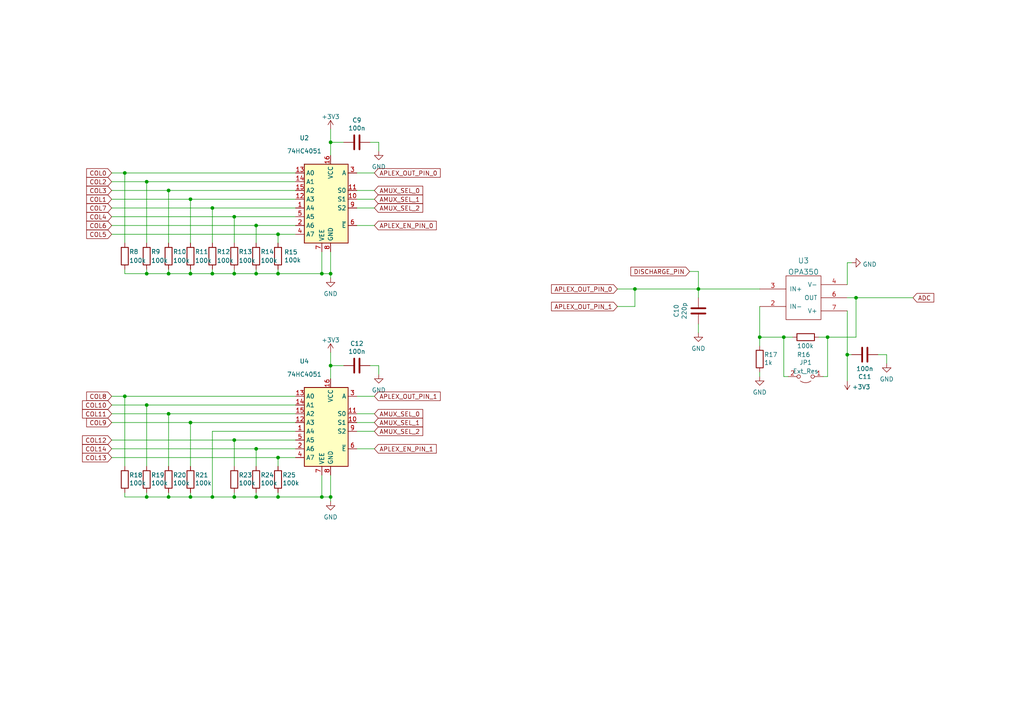
<source format=kicad_sch>
(kicad_sch (version 20230121) (generator eeschema)
  (paper "A4")
  (title_block (title "EC60 - Analog Circuit") (date "2023-05-11") (rev "1.1") (company "Cipulot PCB Design ") (comment 2 "Cipulot"))
  (lib_symbols
    (symbol "74xx:74HC4051"
      (property "Reference" "U" (at -5.08 11.43 0))
      (property "Value" "74HC4051" (at -7.62 -13.97 0))
      (symbol "74HC4051_0_1"
        (rectangle (start -5.08 10.16) (end 7.62 -12.7) (stroke (width 0.254)) (fill (type background)))
      )
      (symbol "74HC4051_1_1"
        (pin passive line (at 10.16 -2.54 180) (length 2.54) (name "A4") (number "1"))
        (pin input line (at -7.62 0 0) (length 2.54) (name "S1") (number "10"))
        (pin input line (at -7.62 2.54 0) (length 2.54) (name "S0") (number "11"))
        (pin passive line (at 10.16 0 180) (length 2.54) (name "A3") (number "12"))
        (pin passive line (at 10.16 7.62 180) (length 2.54) (name "A0") (number "13"))
        (pin passive line (at 10.16 5.08 180) (length 2.54) (name "A1") (number "14"))
        (pin passive line (at 10.16 2.54 180) (length 2.54) (name "A2") (number "15"))
        (pin power_in line (at 0 12.7 270) (length 2.54) (name "VCC") (number "16"))
        (pin passive line (at 10.16 -7.62 180) (length 2.54) (name "A6") (number "2"))
        (pin passive line (at -7.62 7.62 0) (length 2.54) (name "A") (number "3"))
        (pin passive line (at 10.16 -10.16 180) (length 2.54) (name "A7") (number "4"))
        (pin passive line (at 10.16 -5.08 180) (length 2.54) (name "A5") (number "5"))
        (pin input line (at -7.62 -7.62 0) (length 2.54) (name "~{E}") (number "6"))
        (pin power_in line (at 2.54 -15.24 90) (length 2.54) (name "VEE") (number "7"))
        (pin power_in line (at 0 -15.24 90) (length 2.54) (name "GND") (number "8"))
        (pin input line (at -7.62 -2.54 0) (length 2.54) (name "S2") (number "9"))
      )
    )
    (symbol "Device:C" (pin_numbers hide) (pin_names (offset 0.254))
      (property "Reference" "C" (at 0.635 2.54 0))
      (property "Value" "C" (at 0.635 -2.54 0))
      (symbol "C_0_1"
        (polyline (pts (xy -2.032 -0.762) (xy 2.032 -0.762)) (stroke (width 0.508)))
        (polyline (pts (xy -2.032 0.762) (xy 2.032 0.762)) (stroke (width 0.508)))
      )
      (symbol "C_1_1"
        (pin passive line (at 0 3.81 270) (length 2.794) (name "~") (number "1"))
        (pin passive line (at 0 -3.81 90) (length 2.794) (name "~") (number "2"))
      )
    )
    (symbol "Device:R" (pin_numbers hide) (pin_names (offset 0))
      (property "Reference" "R" (at 2.032 0 90))
      (property "Value" "R" (at 0 0 90))
      (symbol "R_0_1"
        (rectangle (start -1.016 -2.54) (end 1.016 2.54) (stroke (width 0.254)))
      )
      (symbol "R_1_1"
        (pin passive line (at 0 3.81 270) (length 1.27) (name "~") (number "1"))
        (pin passive line (at 0 -3.81 90) (length 1.27) (name "~") (number "2"))
      )
    )
    (symbol "Jumper:Jumper_2_Open" (pin_names (offset 0) hide)
      (property "Reference" "JP" (at 0 2.794 0))
      (property "Value" "Jumper_2_Open" (at 0 -2.286 0))
      (symbol "Jumper_2_Open_0_0"
        (circle (center -2.032 0) (radius 0.508))
        (circle (center 2.032 0) (radius 0.508))
      )
      (symbol "Jumper_2_Open_0_1"
        (arc (start 1.524 1.27) (mid 0 1.778) (end -1.524 1.27))
      )
      (symbol "Jumper_2_Open_1_1"
        (pin passive line (at -5.08 0 0) (length 2.54) (name "A") (number "1"))
        (pin passive line (at 5.08 0 180) (length 2.54) (name "B") (number "2"))
      )
    )
    (symbol "burrbrown:OPA350" (pin_names (offset 1.016))
      (property "Reference" "U" (at 8.89 -7.62 0))
      (property "Value" "OPA350" (at 5.08 7.62 0))
      (symbol "OPA350_0_1"
        (rectangle (start 0 -6.35) (end 10.16 6.35))
        (pin input line (at -7.62 2.54 0) (length 7.62) (name "IN-") (number "2"))
        (pin input line (at -7.62 -2.54 0) (length 7.62) (name "IN+") (number "3"))
        (pin input line (at 17.78 -3.81 180) (length 7.62) (name "V-") (number "4"))
        (pin input line (at 17.78 0 180) (length 7.62) (name "OUT") (number "6"))
        (pin input line (at 17.78 3.81 180) (length 7.62) (name "V+") (number "7"))
      )
    )
    (symbol "power:+3.3V" (power) (pin_names (offset 0))
      (property "Value" "+3.3V" (at 0 3.556 0))
      (symbol "+3.3V_0_1"
        (polyline (pts (xy -0.762 1.27) (xy 0 2.54)))
        (polyline (pts (xy 0 0) (xy 0 2.54)))
        (polyline (pts (xy 0 2.54) (xy 0.762 1.27)))
      )
      (symbol "+3.3V_1_1"
        (pin power_in line (at 0 0 90) (length 0) hide (name "+3V3") (number "1"))
      )
    )
    (symbol "power:GND" (power) (pin_names (offset 0))
      (property "Value" "GND" (at 0 -3.81 0))
      (symbol "GND_0_1"
        (polyline (pts (xy 0 0) (xy 0 -1.27) (xy 1.27 -1.27) (xy 0 -2.54) (xy -1.27 -1.27) (xy 0 -1.27)))
      )
      (symbol "GND_1_1"
        (pin power_in line (at 0 0 270) (length 0) hide (name "GND") (number "1"))
      )
    )
  )
  (junction (at 248.285 86.36))
  (junction (at 93.345 79.375))
  (junction (at 55.245 57.785))
  (junction (at 95.885 41.275))
  (junction (at 95.885 79.375))
  (junction (at 80.645 132.715))
  (junction (at 74.295 130.175))
  (junction (at 74.295 79.375))
  (junction (at 67.945 144.145))
  (junction (at 42.545 117.475))
  (junction (at 67.945 127.635))
  (junction (at 93.345 144.145))
  (junction (at 48.895 79.375))
  (junction (at 202.565 83.82))
  (junction (at 55.245 79.375))
  (junction (at 184.15 83.82))
  (junction (at 220.345 97.79))
  (junction (at 67.945 79.375))
  (junction (at 42.545 79.375))
  (junction (at 61.595 60.325))
  (junction (at 95.885 106.045))
  (junction (at 42.545 144.145))
  (junction (at 74.295 65.405))
  (junction (at 227.33 97.79))
  (junction (at 48.895 144.145))
  (junction (at 55.245 144.145))
  (junction (at 80.645 67.945))
  (junction (at 67.945 62.865))
  (junction (at 95.885 144.145))
  (junction (at 36.195 50.165))
  (junction (at 61.595 144.145))
  (junction (at 240.03 97.79))
  (junction (at 55.245 122.555))
  (junction (at 61.595 79.375))
  (junction (at 42.545 52.705))
  (junction (at 36.195 114.935))
  (junction (at 245.745 102.87))
  (junction (at 48.895 120.015))
  (junction (at 80.645 79.375))
  (junction (at 48.895 55.245))
  (junction (at 74.295 144.145))
  (junction (at 80.645 144.145))
  (wire (pts (xy 248.285 97.79) (xy 248.285 86.36)))
  (wire (pts (xy 74.295 70.485) (xy 74.295 65.405)))
  (wire (pts (xy 32.385 114.935) (xy 36.195 114.935)))
  (wire (pts (xy 36.195 114.935) (xy 85.725 114.935)))
  (wire (pts (xy 95.885 80.645) (xy 95.885 79.375)))
  (wire (pts (xy 227.33 97.79) (xy 229.87 97.79)))
  (wire (pts (xy 36.195 70.485) (xy 36.195 50.165)))
  (wire (pts (xy 85.725 67.945) (xy 80.645 67.945)))
  (wire (pts (xy 36.195 144.145) (xy 42.545 144.145)))
  (wire (pts (xy 74.295 78.105) (xy 74.295 79.375)))
  (wire (pts (xy 220.345 97.79) (xy 227.33 97.79)))
  (wire (pts (xy 48.895 70.485) (xy 48.895 55.245)))
  (wire (pts (xy 107.315 106.045) (xy 109.855 106.045)))
  (wire (pts (xy 95.885 145.415) (xy 95.885 144.145)))
  (wire (pts (xy 85.725 57.785) (xy 55.245 57.785)))
  (wire (pts (xy 179.07 83.82) (xy 184.15 83.82)))
  (wire (pts (xy 80.645 70.485) (xy 80.645 67.945)))
  (wire (pts (xy 67.945 144.145) (xy 74.295 144.145)))
  (wire (pts (xy 55.245 122.555) (xy 32.385 122.555)))
  (wire (pts (xy 48.895 79.375) (xy 55.245 79.375)))
  (wire (pts (xy 80.645 135.255) (xy 80.645 132.715)))
  (wire (pts (xy 85.725 52.705) (xy 42.545 52.705)))
  (wire (pts (xy 55.245 144.145) (xy 61.595 144.145)))
  (wire (pts (xy 85.725 122.555) (xy 55.245 122.555)))
  (wire (pts (xy 200.025 78.74) (xy 202.565 78.74)))
  (wire (pts (xy 67.945 79.375) (xy 74.295 79.375)))
  (wire (pts (xy 85.725 55.245) (xy 48.895 55.245)))
  (wire (pts (xy 95.885 41.275) (xy 95.885 45.085)))
  (wire (pts (xy 248.285 86.36) (xy 264.795 86.36)))
  (wire (pts (xy 93.345 137.795) (xy 93.345 144.145)))
  (wire (pts (xy 85.725 60.325) (xy 61.595 60.325)))
  (wire (pts (xy 55.245 78.105) (xy 55.245 79.375)))
  (wire (pts (xy 48.895 120.015) (xy 32.385 120.015)))
  (wire (pts (xy 202.565 86.36) (xy 202.565 83.82)))
  (wire (pts (xy 61.595 60.325) (xy 32.385 60.325)))
  (wire (pts (xy 61.595 144.145) (xy 67.945 144.145)))
  (wire (pts (xy 108.585 65.405) (xy 103.505 65.405)))
  (wire (pts (xy 61.595 79.375) (xy 67.945 79.375)))
  (wire (pts (xy 85.725 127.635) (xy 67.945 127.635)))
  (wire (pts (xy 32.385 67.945) (xy 80.645 67.945)))
  (wire (pts (xy 220.345 97.79) (xy 220.345 100.33)))
  (wire (pts (xy 80.645 79.375) (xy 93.345 79.375)))
  (wire (pts (xy 109.855 106.045) (xy 109.855 108.585)))
  (wire (pts (xy 202.565 78.74) (xy 202.565 83.82)))
  (wire (pts (xy 254.635 102.87) (xy 257.175 102.87)))
  (wire (pts (xy 74.295 144.145) (xy 80.645 144.145)))
  (wire (pts (xy 67.945 78.105) (xy 67.945 79.375)))
  (wire (pts (xy 85.725 125.095) (xy 61.595 125.095)))
  (wire (pts (xy 48.895 78.105) (xy 48.895 79.375)))
  (wire (pts (xy 55.245 122.555) (xy 55.245 135.255)))
  (wire (pts (xy 220.345 88.9) (xy 220.345 97.79)))
  (wire (pts (xy 248.285 86.36) (xy 245.745 86.36)))
  (wire (pts (xy 42.545 142.875) (xy 42.545 144.145)))
  (wire (pts (xy 108.585 130.175) (xy 103.505 130.175)))
  (wire (pts (xy 80.645 144.145) (xy 93.345 144.145)))
  (wire (pts (xy 42.545 70.485) (xy 42.545 52.705)))
  (wire (pts (xy 42.545 52.705) (xy 32.385 52.705)))
  (wire (pts (xy 42.545 135.255) (xy 42.545 117.475)))
  (wire (pts (xy 32.385 130.175) (xy 74.295 130.175)))
  (wire (pts (xy 93.345 73.025) (xy 93.345 79.375)))
  (wire (pts (xy 202.565 83.82) (xy 220.345 83.82)))
  (wire (pts (xy 179.07 88.9) (xy 184.15 88.9)))
  (wire (pts (xy 48.895 142.875) (xy 48.895 144.145)))
  (wire (pts (xy 237.49 97.79) (xy 240.03 97.79)))
  (wire (pts (xy 36.195 50.165) (xy 85.725 50.165)))
  (wire (pts (xy 184.15 83.82) (xy 202.565 83.82)))
  (wire (pts (xy 36.195 142.875) (xy 36.195 144.145)))
  (wire (pts (xy 103.505 57.785) (xy 108.585 57.785)))
  (wire (pts (xy 109.855 41.275) (xy 109.855 43.815)))
  (wire (pts (xy 85.725 62.865) (xy 67.945 62.865)))
  (wire (pts (xy 85.725 117.475) (xy 42.545 117.475)))
  (wire (pts (xy 95.885 102.235) (xy 95.885 106.045)))
  (wire (pts (xy 74.295 65.405) (xy 85.725 65.405)))
  (wire (pts (xy 32.385 50.165) (xy 36.195 50.165)))
  (wire (pts (xy 48.895 135.255) (xy 48.895 120.015)))
  (wire (pts (xy 108.585 50.165) (xy 103.505 50.165)))
  (wire (pts (xy 202.565 93.98) (xy 202.565 96.52)))
  (wire (pts (xy 61.595 70.485) (xy 61.595 60.325)))
  (wire (pts (xy 228.6 109.22) (xy 227.33 109.22)))
  (wire (pts (xy 67.945 135.255) (xy 67.945 127.635)))
  (wire (pts (xy 61.595 78.105) (xy 61.595 79.375)))
  (wire (pts (xy 74.295 135.255) (xy 74.295 130.175)))
  (wire (pts (xy 55.245 79.375) (xy 61.595 79.375)))
  (wire (pts (xy 95.885 137.795) (xy 95.885 144.145)))
  (wire (pts (xy 107.315 41.275) (xy 109.855 41.275)))
  (wire (pts (xy 48.895 55.245) (xy 32.385 55.245)))
  (wire (pts (xy 36.195 135.255) (xy 36.195 114.935)))
  (wire (pts (xy 103.505 122.555) (xy 108.585 122.555)))
  (wire (pts (xy 80.645 142.875) (xy 80.645 144.145)))
  (wire (pts (xy 67.945 62.865) (xy 32.385 62.865)))
  (wire (pts (xy 220.345 107.95) (xy 220.345 109.22)))
  (wire (pts (xy 42.545 144.145) (xy 48.895 144.145)))
  (wire (pts (xy 93.345 144.145) (xy 95.885 144.145)))
  (wire (pts (xy 55.245 57.785) (xy 32.385 57.785)))
  (wire (pts (xy 36.195 78.105) (xy 36.195 79.375)))
  (wire (pts (xy 55.245 57.785) (xy 55.245 70.485)))
  (wire (pts (xy 85.725 120.015) (xy 48.895 120.015)))
  (wire (pts (xy 67.945 127.635) (xy 32.385 127.635)))
  (wire (pts (xy 32.385 65.405) (xy 74.295 65.405)))
  (wire (pts (xy 93.345 79.375) (xy 95.885 79.375)))
  (wire (pts (xy 95.885 37.465) (xy 95.885 41.275)))
  (wire (pts (xy 61.595 125.095) (xy 61.595 144.145)))
  (wire (pts (xy 36.195 79.375) (xy 42.545 79.375)))
  (wire (pts (xy 245.745 82.55) (xy 245.745 76.2)))
  (wire (pts (xy 74.295 142.875) (xy 74.295 144.145)))
  (wire (pts (xy 32.385 132.715) (xy 80.645 132.715)))
  (wire (pts (xy 42.545 79.375) (xy 48.895 79.375)))
  (wire (pts (xy 227.33 109.22) (xy 227.33 97.79)))
  (wire (pts (xy 74.295 79.375) (xy 80.645 79.375)))
  (wire (pts (xy 257.175 102.87) (xy 257.175 105.41)))
  (wire (pts (xy 42.545 78.105) (xy 42.545 79.375)))
  (wire (pts (xy 108.585 114.935) (xy 103.505 114.935)))
  (wire (pts (xy 103.505 120.015) (xy 108.585 120.015)))
  (wire (pts (xy 240.03 109.22) (xy 240.03 97.79)))
  (wire (pts (xy 245.745 90.17) (xy 245.745 102.87)))
  (wire (pts (xy 48.895 144.145) (xy 55.245 144.145)))
  (wire (pts (xy 99.695 41.275) (xy 95.885 41.275)))
  (wire (pts (xy 99.695 106.045) (xy 95.885 106.045)))
  (wire (pts (xy 67.945 70.485) (xy 67.945 62.865)))
  (wire (pts (xy 247.015 102.87) (xy 245.745 102.87)))
  (wire (pts (xy 184.15 83.82) (xy 184.15 88.9)))
  (wire (pts (xy 103.505 60.325) (xy 108.585 60.325)))
  (wire (pts (xy 42.545 117.475) (xy 32.385 117.475)))
  (wire (pts (xy 55.245 142.875) (xy 55.245 144.145)))
  (wire (pts (xy 245.745 76.2) (xy 247.015 76.2)))
  (wire (pts (xy 67.945 142.875) (xy 67.945 144.145)))
  (wire (pts (xy 95.885 106.045) (xy 95.885 109.855)))
  (wire (pts (xy 103.505 125.095) (xy 108.585 125.095)))
  (wire (pts (xy 240.03 97.79) (xy 248.285 97.79)))
  (wire (pts (xy 103.505 55.245) (xy 108.585 55.245)))
  (wire (pts (xy 80.645 78.105) (xy 80.645 79.375)))
  (wire (pts (xy 74.295 130.175) (xy 85.725 130.175)))
  (wire (pts (xy 95.885 73.025) (xy 95.885 79.375)))
  (wire (pts (xy 238.76 109.22) (xy 240.03 109.22)))
  (wire (pts (xy 85.725 132.715) (xy 80.645 132.715)))
  (wire (pts (xy 245.745 110.49) (xy 245.745 102.87)))
  (global_label "AMUX_SEL_2" (shape input) (at 108.585 125.095 0) (property "Intersheetrefs" "${INTERSHEET_REFS}" (effects hide)))
  (global_label "COL4" (shape input) (at 32.385 62.865 180) (property "Intersheetrefs" "${INTERSHEET_REFS}" (effects hide)))
  (global_label "AMUX_SEL_0" (shape input) (at 108.585 55.245 0) (property "Intersheetrefs" "${INTERSHEET_REFS}" (effects hide)))
  (global_label "APLEX_OUT_PIN_1" (shape input) (at 108.585 114.935 0) (property "Intersheetrefs" "${INTERSHEET_REFS}" (effects hide)))
  (global_label "APLEX_OUT_PIN_1" (shape input) (at 179.07 88.9 180) (property "Intersheetrefs" "${INTERSHEET_REFS}" (effects hide)))
  (global_label "COL6" (shape input) (at 32.385 65.405 180) (property "Intersheetrefs" "${INTERSHEET_REFS}" (effects hide)))
  (global_label "COL2" (shape input) (at 32.385 52.705 180) (property "Intersheetrefs" "${INTERSHEET_REFS}" (effects hide)))
  (global_label "COL8" (shape input) (at 32.385 114.935 180) (property "Intersheetrefs" "${INTERSHEET_REFS}" (effects hide)))
  (global_label "AMUX_SEL_1" (shape input) (at 108.585 57.785 0) (property "Intersheetrefs" "${INTERSHEET_REFS}" (effects hide)))
  (global_label "DISCHARGE_PIN" (shape input) (at 200.025 78.74 180) (property "Intersheetrefs" "${INTERSHEET_REFS}" (effects hide)))
  (global_label "COL10" (shape input) (at 32.385 117.475 180) (property "Intersheetrefs" "${INTERSHEET_REFS}" (effects hide)))
  (global_label "COL12" (shape input) (at 32.385 127.635 180) (property "Intersheetrefs" "${INTERSHEET_REFS}" (effects hide)))
  (global_label "COL9" (shape input) (at 32.385 122.555 180) (property "Intersheetrefs" "${INTERSHEET_REFS}" (effects hide)))
  (global_label "APLEX_OUT_PIN_0" (shape input) (at 108.585 50.165 0) (property "Intersheetrefs" "${INTERSHEET_REFS}" (effects hide)))
  (global_label "AMUX_SEL_1" (shape input) (at 108.585 122.555 0) (property "Intersheetrefs" "${INTERSHEET_REFS}" (effects hide)))
  (global_label "ADC" (shape input) (at 264.795 86.36 0) (property "Intersheetrefs" "${INTERSHEET_REFS}" (effects hide)))
  (global_label "COL1" (shape input) (at 32.385 57.785 180) (property "Intersheetrefs" "${INTERSHEET_REFS}" (effects hide)))
  (global_label "COL14" (shape input) (at 32.385 130.175 180) (property "Intersheetrefs" "${INTERSHEET_REFS}" (effects hide)))
  (global_label "COL7" (shape input) (at 32.385 60.325 180) (property "Intersheetrefs" "${INTERSHEET_REFS}" (effects hide)))
  (global_label "COL13" (shape input) (at 32.385 132.715 180) (property "Intersheetrefs" "${INTERSHEET_REFS}" (effects hide)))
  (global_label "AMUX_SEL_2" (shape input) (at 108.585 60.325 0) (property "Intersheetrefs" "${INTERSHEET_REFS}" (effects hide)))
  (global_label "COL5" (shape input) (at 32.385 67.945 180) (property "Intersheetrefs" "${INTERSHEET_REFS}" (effects hide)))
  (global_label "COL11" (shape input) (at 32.385 120.015 180) (property "Intersheetrefs" "${INTERSHEET_REFS}" (effects hide)))
  (global_label "COL0" (shape input) (at 32.385 50.165 180) (property "Intersheetrefs" "${INTERSHEET_REFS}" (effects hide)))
  (global_label "APLEX_OUT_PIN_0" (shape input) (at 179.07 83.82 180) (property "Intersheetrefs" "${INTERSHEET_REFS}" (effects hide)))
  (global_label "COL3" (shape input) (at 32.385 55.245 180) (property "Intersheetrefs" "${INTERSHEET_REFS}" (effects hide)))
  (global_label "APLEX_EN_PIN_0" (shape input) (at 108.585 65.405 0) (property "Intersheetrefs" "${INTERSHEET_REFS}" (effects hide)))
  (global_label "AMUX_SEL_0" (shape input) (at 108.585 120.015 0) (property "Intersheetrefs" "${INTERSHEET_REFS}" (effects hide)))
  (global_label "APLEX_EN_PIN_1" (shape input) (at 108.585 130.175 0) (property "Intersheetrefs" "${INTERSHEET_REFS}" (effects hide)))
  (symbol (lib_id "Device:R") (at 36.195 139.065 0) (unit 1)
    (property "Reference" "R18" (at 37.465 137.795 0) (effects (justify left)))
    (property "Value" "100k" (at 37.465 140.1064 0) (effects (justify left)))
    (property "Footprint" "Resistor_SMD:R_0402_1005Metric" (effects hide))
    (property "LCSC" "C25741" (effects hide))
  )
  (symbol (lib_id "74xx:74HC4051") (at 95.885 57.785 0) (mirror y) (unit 1)
    (property "Reference" "U2" (at 88.265 40.005 0))
    (property "Value" "74HC4051" (at 88.265 43.815 0))
    (property "Footprint" "cipulot_parts:TSSOP16" (effects hide))
    (property "Datasheet" "http://www.ti.com/lit/ds/symlink/cd74hc4051.pdf" (effects hide))
    (property "LCSC" "C5645" (effects hide))
  )
  (symbol (lib_id "Device:R") (at 42.545 74.295 0) (unit 1)
    (property "Reference" "R9" (at 43.815 73.025 0) (effects (justify left)))
    (property "Value" "100k" (at 43.815 75.565 0) (effects (justify left)))
    (property "Footprint" "Resistor_SMD:R_0402_1005Metric" (effects hide))
    (property "LCSC" "C25741" (effects hide))
  )
  (symbol (lib_id "power:GND") (at 202.565 96.52 0) (unit 1)
    (property "Reference" "#PWR037" (effects hide))
    (property "Value" "GND" (at 202.565 101.0825 0))
  )
  (symbol (lib_id "Device:R") (at 67.945 139.065 0) (unit 1)
    (property "Reference" "R23" (at 69.215 137.795 0) (effects (justify left)))
    (property "Value" "100k" (at 69.215 140.1064 0) (effects (justify left)))
    (property "Footprint" "Resistor_SMD:R_0402_1005Metric" (effects hide))
    (property "LCSC" "C25741" (effects hide))
  )
  (symbol (lib_id "power:GND") (at 109.855 43.815 0) (unit 1)
    (property "Reference" "#PWR034" (effects hide))
    (property "Value" "GND" (at 109.855 48.3775 0))
  )
  (symbol (lib_id "Device:R") (at 233.68 97.79 270) (unit 1)
    (property "Reference" "R16" (at 231.14 102.87 90) (effects (justify left)))
    (property "Value" "100k" (at 231.14 100.33 90) (effects (justify left)))
    (property "Footprint" "Resistor_SMD:R_0402_1005Metric" (effects hide))
    (property "LCSC" "C25741" (effects hide))
  )
  (symbol (lib_id "power:GND") (at 220.345 109.22 0) (unit 1)
    (property "Reference" "#PWR041" (effects hide))
    (property "Value" "GND" (at 220.345 113.7825 0))
  )
  (symbol (lib_id "Device:R") (at 67.945 74.295 0) (unit 1)
    (property "Reference" "R13" (at 69.215 73.025 0) (effects (justify left)))
    (property "Value" "100k" (at 69.215 75.565 0) (effects (justify left)))
    (property "Footprint" "Resistor_SMD:R_0402_1005Metric" (effects hide))
    (property "LCSC" "C25741" (effects hide))
  )
  (symbol (lib_id "Device:R") (at 36.195 74.295 0) (unit 1)
    (property "Reference" "R8" (at 37.465 73.025 0) (effects (justify left)))
    (property "Value" "100k" (at 37.465 75.565 0) (effects (justify left)))
    (property "Footprint" "Resistor_SMD:R_0402_1005Metric" (effects hide))
    (property "LCSC" "C25741" (effects hide))
  )
  (symbol (lib_id "Device:R") (at 80.645 139.065 0) (unit 1)
    (property "Reference" "R25" (at 81.915 137.795 0) (effects (justify left)))
    (property "Value" "100k" (at 81.915 140.1064 0) (effects (justify left)))
    (property "Footprint" "Resistor_SMD:R_0402_1005Metric" (effects hide))
    (property "LCSC" "C25741" (effects hide))
  )
  (symbol (lib_id "74xx:74HC4051") (at 95.885 122.555 0) (mirror y) (unit 1)
    (property "Reference" "U4" (at 88.265 104.775 0))
    (property "Value" "74HC4051" (at 88.265 108.585 0))
    (property "Footprint" "cipulot_parts:TSSOP16" (effects hide))
    (property "Datasheet" "http://www.ti.com/lit/ds/symlink/cd74hc4051.pdf" (effects hide))
    (property "LCSC" "C5645" (effects hide))
  )
  (symbol (lib_id "Device:R") (at 55.245 74.295 0) (unit 1)
    (property "Reference" "R11" (at 56.515 73.025 0) (effects (justify left)))
    (property "Value" "100k" (at 56.515 75.565 0) (effects (justify left)))
    (property "Footprint" "Resistor_SMD:R_0402_1005Metric" (effects hide))
    (property "LCSC" "C25741" (effects hide))
  )
  (symbol (lib_id "Device:R") (at 220.345 104.14 0) (unit 1)
    (property "Reference" "R17" (at 221.615 102.87 0) (effects (justify left)))
    (property "Value" "1k" (at 221.615 105.1814 0) (effects (justify left)))
    (property "Footprint" "Resistor_SMD:R_0402_1005Metric" (effects hide))
    (property "LCSC" "C11702" (effects hide))
  )
  (symbol (lib_id "Device:C") (at 202.565 90.17 0) (unit 1)
    (property "Reference" "C10" (at 196.1642 90.17 90))
    (property "Value" "220p" (at 198.4756 90.17 90))
    (property "Footprint" "Capacitor_SMD:C_0402_1005Metric" (effects hide))
    (property "LCSC" "C1530" (effects hide))
  )
  (symbol (lib_id "power:GND") (at 247.015 76.2 90) (unit 1)
    (property "Reference" "#PWR035" (effects hide))
    (property "Value" "GND" (at 250.19 76.679 90) (effects (justify right)))
  )
  (symbol (lib_id "power:GND") (at 109.855 108.585 0) (unit 1)
    (property "Reference" "#PWR040" (effects hide))
    (property "Value" "GND" (at 109.855 113.1475 0))
  )
  (symbol (lib_id "Device:R") (at 74.295 74.295 0) (unit 1)
    (property "Reference" "R14" (at 75.565 73.025 0) (effects (justify left)))
    (property "Value" "100k" (at 75.565 75.565 0) (effects (justify left)))
    (property "Footprint" "Resistor_SMD:R_0402_1005Metric" (effects hide))
    (property "LCSC" "C25741" (effects hide))
  )
  (symbol (lib_id "Device:R") (at 80.645 74.295 0) (unit 1)
    (property "Reference" "R15" (at 82.423 73.1266 0) (effects (justify left)))
    (property "Value" "100k" (at 82.423 75.438 0) (effects (justify left)))
    (property "Footprint" "Resistor_SMD:R_0402_1005Metric" (effects hide))
    (property "LCSC" "C25741" (effects hide))
  )
  (symbol (lib_id "Device:R") (at 48.895 139.065 0) (unit 1)
    (property "Reference" "R20" (at 50.165 137.795 0) (effects (justify left)))
    (property "Value" "100k" (at 50.165 140.1064 0) (effects (justify left)))
    (property "Footprint" "Resistor_SMD:R_0402_1005Metric" (effects hide))
    (property "LCSC" "C25741" (effects hide))
  )
  (symbol (lib_id "Device:R") (at 42.545 139.065 0) (unit 1)
    (property "Reference" "R19" (at 43.815 137.795 0) (effects (justify left)))
    (property "Value" "100k" (at 43.815 140.1064 0) (effects (justify left)))
    (property "Footprint" "Resistor_SMD:R_0402_1005Metric" (effects hide))
    (property "LCSC" "C25741" (effects hide))
  )
  (symbol (lib_id "Device:R") (at 48.895 74.295 0) (unit 1)
    (property "Reference" "R10" (at 50.165 73.025 0) (effects (justify left)))
    (property "Value" "100k" (at 50.165 75.565 0) (effects (justify left)))
    (property "Footprint" "Resistor_SMD:R_0402_1005Metric" (effects hide))
    (property "LCSC" "C25741" (effects hide))
  )
  (symbol (lib_id "power:GND") (at 257.175 105.41 0) (unit 1)
    (property "Reference" "#PWR039" (effects hide))
    (property "Value" "GND" (at 257.175 109.9725 0))
  )
  (symbol (lib_id "Device:C") (at 103.505 106.045 270) (unit 1)
    (property "Reference" "C12" (at 103.505 99.6442 90))
    (property "Value" "100n" (at 103.505 101.9556 90))
    (property "Footprint" "Capacitor_SMD:C_0402_1005Metric" (effects hide))
    (property "LCSC" "C307331" (effects hide))
  )
  (symbol (lib_id "power:GND") (at 95.885 80.645 0) (unit 1)
    (property "Reference" "#PWR036" (effects hide))
    (property "Value" "GND" (at 95.885 85.2075 0))
  )
  (symbol (lib_id "power:+3.3V") (at 95.885 37.465 0) (unit 1)
    (property "Reference" "#PWR033" (effects hide))
    (property "Value" "+3.3V" (at 95.885 33.8605 0))
  )
  (symbol (lib_id "Device:C") (at 250.825 102.87 270) (mirror x) (unit 1)
    (property "Reference" "C11" (at 250.825 109.2708 90))
    (property "Value" "100n" (at 250.825 106.9594 90))
    (property "Footprint" "Capacitor_SMD:C_0402_1005Metric" (effects hide))
    (property "LCSC" "C307331" (effects hide))
  )
  (symbol (lib_id "burrbrown:OPA350") (at 227.965 86.36 0) (mirror x) (unit 1)
    (property "Reference" "U3" (at 233.045 75.6061 0) (effects (font (size 1.524 1.524))))
    (property "Value" "OPA350" (at 233.045 78.8851 0) (effects (font (size 1.524 1.524))))
    (property "Footprint" "Package_SO:SOIC-8_3.9x4.9mm_P1.27mm" (effects hide))
    (property "LCSC" "C13388" (effects hide))
  )
  (symbol (lib_id "power:GND") (at 95.885 145.415 0) (unit 1)
    (property "Reference" "#PWR043" (effects hide))
    (property "Value" "GND" (at 95.885 149.9775 0))
  )
  (symbol (lib_id "Device:C") (at 103.505 41.275 270) (unit 1)
    (property "Reference" "C9" (at 103.505 34.8742 90))
    (property "Value" "100n" (at 103.505 37.1856 90))
    (property "Footprint" "Capacitor_SMD:C_0402_1005Metric" (effects hide))
    (property "LCSC" "C307331" (effects hide))
  )
  (symbol (lib_id "power:+3.3V") (at 245.745 110.49 180) (unit 1)
    (property "Reference" "#PWR042" (effects hide))
    (property "Value" "+3.3V" (at 247.142 112.239 0) (effects (justify right)))
  )
  (symbol (lib_id "Device:R") (at 55.245 139.065 0) (unit 1)
    (property "Reference" "R21" (at 56.515 137.795 0) (effects (justify left)))
    (property "Value" "100k" (at 56.515 140.1064 0) (effects (justify left)))
    (property "Footprint" "Resistor_SMD:R_0402_1005Metric" (effects hide))
    (property "LCSC" "C25741" (effects hide))
  )
  (symbol (lib_id "Device:R") (at 74.295 139.065 0) (unit 1)
    (property "Reference" "R24" (at 75.565 137.795 0) (effects (justify left)))
    (property "Value" "100k" (at 75.565 140.1064 0) (effects (justify left)))
    (property "Footprint" "Resistor_SMD:R_0402_1005Metric" (effects hide))
    (property "LCSC" "C25741" (effects hide))
  )
  (symbol (lib_id "power:+3.3V") (at 95.885 102.235 0) (unit 1)
    (property "Reference" "#PWR038" (effects hide))
    (property "Value" "+3.3V" (at 95.885 98.6305 0))
  )
  (symbol (lib_id "Jumper:Jumper_2_Open") (at 233.68 109.22 180) (unit 1)
    (property "Reference" "JP1" (at 233.68 105.1392 0))
    (property "Value" "Ext_Res" (at 233.68 107.6761 0))
    (property "Footprint" "Resistor_SMD:R_0603_1608Metric_Pad0.98x0.95mm_HandSolder" (effects hide))
  )
  (symbol (lib_id "Device:R") (at 61.595 74.295 0) (unit 1)
    (property "Reference" "R12" (at 62.865 73.025 0) (effects (justify left)))
    (property "Value" "100k" (at 62.865 75.565 0) (effects (justify left)))
    (property "Footprint" "Resistor_SMD:R_0402_1005Metric" (effects hide))
    (property "LCSC" "C25741" (effects hide))
  )
)
</source>
